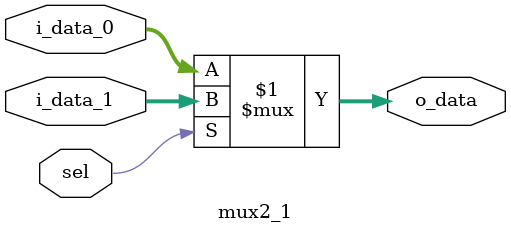
<source format=sv>
module mux2_1(
  input logic  sel             ,
  input logic  [31:0] i_data_0 ,
  input logic  [31:0] i_data_1 ,
  output logic [31:0] o_data
);

  assign o_data = (sel) ? i_data_1 : i_data_0;

endmodule
</source>
